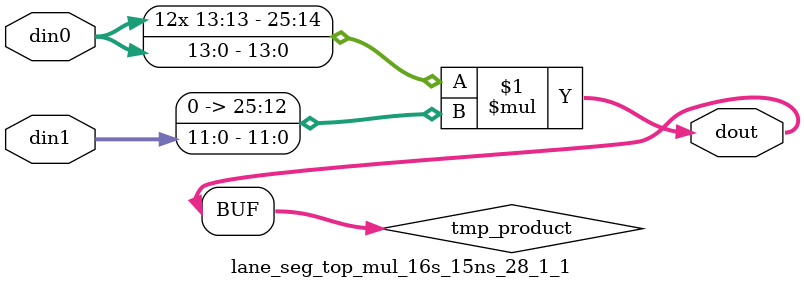
<source format=v>

`timescale 1 ns / 1 ps

  module lane_seg_top_mul_16s_15ns_28_1_1(din0, din1, dout);
parameter ID = 1;
parameter NUM_STAGE = 0;
parameter din0_WIDTH = 14;
parameter din1_WIDTH = 12;
parameter dout_WIDTH = 26;

input [din0_WIDTH - 1 : 0] din0; 
input [din1_WIDTH - 1 : 0] din1; 
output [dout_WIDTH - 1 : 0] dout;

wire signed [dout_WIDTH - 1 : 0] tmp_product;












assign tmp_product = $signed(din0) * $signed({1'b0, din1});









assign dout = tmp_product;







endmodule

</source>
